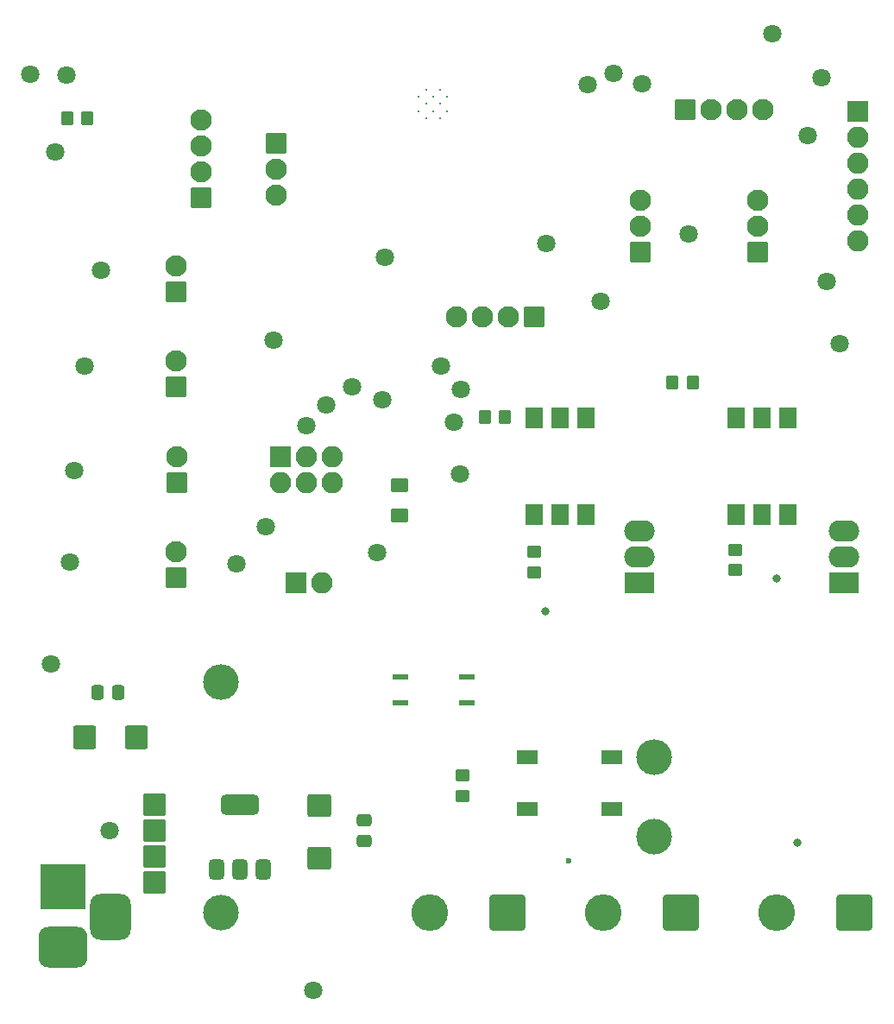
<source format=gbr>
%TF.GenerationSoftware,KiCad,Pcbnew,9.0.5*%
%TF.CreationDate,2025-10-21T15:42:54-03:00*%
%TF.ProjectId,v0.2,76302e32-2e6b-4696-9361-645f70636258,rev?*%
%TF.SameCoordinates,Original*%
%TF.FileFunction,Soldermask,Bot*%
%TF.FilePolarity,Negative*%
%FSLAX46Y46*%
G04 Gerber Fmt 4.6, Leading zero omitted, Abs format (unit mm)*
G04 Created by KiCad (PCBNEW 9.0.5) date 2025-10-21 15:42:54*
%MOMM*%
%LPD*%
G01*
G04 APERTURE LIST*
G04 Aperture macros list*
%AMRoundRect*
0 Rectangle with rounded corners*
0 $1 Rounding radius*
0 $2 $3 $4 $5 $6 $7 $8 $9 X,Y pos of 4 corners*
0 Add a 4 corners polygon primitive as box body*
4,1,4,$2,$3,$4,$5,$6,$7,$8,$9,$2,$3,0*
0 Add four circle primitives for the rounded corners*
1,1,$1+$1,$2,$3*
1,1,$1+$1,$4,$5*
1,1,$1+$1,$6,$7*
1,1,$1+$1,$8,$9*
0 Add four rect primitives between the rounded corners*
20,1,$1+$1,$2,$3,$4,$5,0*
20,1,$1+$1,$4,$5,$6,$7,0*
20,1,$1+$1,$6,$7,$8,$9,0*
20,1,$1+$1,$8,$9,$2,$3,0*%
G04 Aperture macros list end*
%ADD10R,4.500000X4.500000*%
%ADD11RoundRect,1.000000X1.400000X-1.000000X1.400000X1.000000X-1.400000X1.000000X-1.400000X-1.000000X0*%
%ADD12RoundRect,1.000000X1.000000X-1.250000X1.000000X1.250000X-1.000000X1.250000X-1.000000X-1.250000X0*%
%ADD13C,3.500000*%
%ADD14O,3.500000X3.500000*%
%ADD15RoundRect,0.250000X-0.475000X0.337500X-0.475000X-0.337500X0.475000X-0.337500X0.475000X0.337500X0*%
%ADD16RoundRect,0.250000X-0.350000X-0.450000X0.350000X-0.450000X0.350000X0.450000X-0.350000X0.450000X0*%
%ADD17R,3.000000X2.100000*%
%ADD18O,3.000000X2.100000*%
%ADD19RoundRect,0.301724X0.748276X-0.748276X0.748276X0.748276X-0.748276X0.748276X-0.748276X-0.748276X0*%
%ADD20C,2.100000*%
%ADD21RoundRect,0.137500X0.662500X0.137500X-0.662500X0.137500X-0.662500X-0.137500X0.662500X-0.137500X0*%
%ADD22RoundRect,0.428573X1.371427X1.371427X-1.371427X1.371427X-1.371427X-1.371427X1.371427X-1.371427X0*%
%ADD23O,3.600000X3.600000*%
%ADD24RoundRect,0.301724X0.748276X0.748276X-0.748276X0.748276X-0.748276X-0.748276X0.748276X-0.748276X0*%
%ADD25RoundRect,0.375000X0.375000X-0.625000X0.375000X0.625000X-0.375000X0.625000X-0.375000X-0.625000X0*%
%ADD26RoundRect,0.500000X1.400000X-0.500000X1.400000X0.500000X-1.400000X0.500000X-1.400000X-0.500000X0*%
%ADD27RoundRect,0.301724X-0.748276X-0.748276X0.748276X-0.748276X0.748276X0.748276X-0.748276X0.748276X0*%
%ADD28RoundRect,0.250001X0.624999X-0.462499X0.624999X0.462499X-0.624999X0.462499X-0.624999X-0.462499X0*%
%ADD29RoundRect,0.250000X0.337500X0.475000X-0.337500X0.475000X-0.337500X-0.475000X0.337500X-0.475000X0*%
%ADD30RoundRect,0.250000X0.450000X-0.350000X0.450000X0.350000X-0.450000X0.350000X-0.450000X-0.350000X0*%
%ADD31RoundRect,0.102000X-1.000000X-1.000000X1.000000X-1.000000X1.000000X1.000000X-1.000000X1.000000X0*%
%ADD32RoundRect,0.250000X-0.450000X0.350000X-0.450000X-0.350000X0.450000X-0.350000X0.450000X0.350000X0*%
%ADD33RoundRect,0.102000X-0.950000X0.600000X-0.950000X-0.600000X0.950000X-0.600000X0.950000X0.600000X0*%
%ADD34R,1.780000X2.000000*%
%ADD35RoundRect,0.301724X-0.748276X0.748276X-0.748276X-0.748276X0.748276X-0.748276X0.748276X0.748276X0*%
%ADD36R,2.100000X2.100000*%
%ADD37O,2.100000X2.100000*%
%ADD38RoundRect,0.250000X0.875000X0.925000X-0.875000X0.925000X-0.875000X-0.925000X0.875000X-0.925000X0*%
%ADD39RoundRect,0.250000X-0.925000X0.875000X-0.925000X-0.875000X0.925000X-0.875000X0.925000X0.875000X0*%
%ADD40C,1.800000*%
%ADD41C,0.800000*%
%ADD42C,0.600000*%
%ADD43C,0.350000*%
%ADD44C,0.300000*%
%ADD45O,3.000000X1.000000*%
%ADD46O,1.000000X3.000000*%
%ADD47C,0.200000*%
G04 APERTURE END LIST*
D10*
%TO.C,J17*%
X37400000Y-146000000D03*
D11*
X37400000Y-152000000D03*
D12*
X42100000Y-149000000D03*
%TD*%
D13*
%TO.C,PS1*%
X95432500Y-141150000D03*
D14*
X95432500Y-133350000D03*
X52932500Y-148550000D03*
X52932500Y-125950000D03*
%TD*%
D15*
%TO.C,C10*%
X66957500Y-139512500D03*
X66957500Y-141587500D03*
%TD*%
D16*
%TO.C,R8*%
X78800000Y-100000000D03*
X80800000Y-100000000D03*
%TD*%
D17*
%TO.C,Q1*%
X94000000Y-116200000D03*
D18*
X94000000Y-113660000D03*
X94000000Y-111120000D03*
%TD*%
D19*
%TO.C,J6*%
X105570000Y-83850000D03*
D20*
X105570000Y-81310000D03*
X105570000Y-78770000D03*
%TD*%
D21*
%TO.C,U4*%
X77000000Y-125500000D03*
X77000000Y-128040000D03*
X70500000Y-128040000D03*
X70500000Y-125500000D03*
%TD*%
D17*
%TO.C,Q2*%
X114000000Y-116200000D03*
D18*
X114000000Y-113660000D03*
X114000000Y-111120000D03*
%TD*%
D22*
%TO.C,J15*%
X115062000Y-148590000D03*
D23*
X107442000Y-148590000D03*
%TD*%
D19*
%TO.C,J3*%
X48557500Y-106400000D03*
D20*
X48557500Y-103860000D03*
%TD*%
D19*
%TO.C,J11*%
X50920000Y-78450000D03*
D20*
X50920000Y-75910000D03*
X50920000Y-73370000D03*
X50920000Y-70830000D03*
%TD*%
D24*
%TO.C,J9*%
X83620000Y-90150000D03*
D20*
X81080000Y-90150000D03*
X78540000Y-90150000D03*
X76000000Y-90150000D03*
%TD*%
D25*
%TO.C,U5*%
X57057500Y-144312500D03*
X54757500Y-144312500D03*
D26*
X54757500Y-138012500D03*
D25*
X52457500Y-144312500D03*
%TD*%
D16*
%TO.C,R10*%
X97200000Y-96600000D03*
X99200000Y-96600000D03*
%TD*%
D27*
%TO.C,J10*%
X98420000Y-69800000D03*
D20*
X100960000Y-69800000D03*
X103500000Y-69800000D03*
X106040000Y-69800000D03*
%TD*%
D19*
%TO.C,J2*%
X48507500Y-115750000D03*
D20*
X48507500Y-113210000D03*
%TD*%
D28*
%TO.C,F1*%
X70420000Y-109637500D03*
X70420000Y-106662500D03*
%TD*%
D29*
%TO.C,C8*%
X42837500Y-127000000D03*
X40762500Y-127000000D03*
%TD*%
D22*
%TO.C,J16*%
X81026000Y-148590000D03*
D23*
X73406000Y-148590000D03*
%TD*%
D19*
%TO.C,J5*%
X48520000Y-87700000D03*
D20*
X48520000Y-85160000D03*
%TD*%
D30*
%TO.C,R11*%
X76600000Y-137144000D03*
X76600000Y-135144000D03*
%TD*%
D31*
%TO.C,U6*%
X46357500Y-145632500D03*
X46357500Y-140552500D03*
X46357500Y-143092500D03*
X46357500Y-138012500D03*
%TD*%
D19*
%TO.C,J4*%
X48507500Y-97050000D03*
D20*
X48507500Y-94510000D03*
%TD*%
D32*
%TO.C,R7*%
X83600000Y-113200000D03*
X83600000Y-115200000D03*
%TD*%
D16*
%TO.C,R6*%
X37820000Y-70650000D03*
X39820000Y-70650000D03*
%TD*%
D33*
%TO.C,BR1*%
X82996420Y-138439590D03*
X82996420Y-133339590D03*
X91246420Y-138439590D03*
X91246420Y-133339590D03*
%TD*%
D34*
%TO.C,U3*%
X103460000Y-100035000D03*
X106000000Y-100035000D03*
X108540000Y-100035000D03*
X108540000Y-109565000D03*
X106000000Y-109565000D03*
X103460000Y-109565000D03*
%TD*%
D32*
%TO.C,R9*%
X103400000Y-113000000D03*
X103400000Y-115000000D03*
%TD*%
D35*
%TO.C,J12*%
X58320000Y-73100000D03*
D20*
X58320000Y-75640000D03*
X58320000Y-78180000D03*
%TD*%
D22*
%TO.C,J14*%
X98044000Y-148590000D03*
D23*
X90424000Y-148590000D03*
%TD*%
D34*
%TO.C,U2*%
X83660000Y-100035000D03*
X86200000Y-100035000D03*
X88740000Y-100035000D03*
X88740000Y-109565000D03*
X86200000Y-109565000D03*
X83660000Y-109565000D03*
%TD*%
D36*
%TO.C,J1*%
X58780000Y-103910000D03*
D37*
X58780000Y-106450000D03*
X61320000Y-103910000D03*
X61320000Y-106450000D03*
X63860000Y-103910000D03*
X63860000Y-106450000D03*
%TD*%
D36*
%TO.C,J7*%
X60250000Y-116250000D03*
D37*
X62790000Y-116250000D03*
%TD*%
D19*
%TO.C,J13*%
X94020000Y-83850000D03*
D20*
X94020000Y-81310000D03*
X94020000Y-78770000D03*
%TD*%
D36*
%TO.C,J8*%
X115370000Y-70000000D03*
D37*
X115370000Y-72540000D03*
X115370000Y-75080000D03*
X115370000Y-77620000D03*
X115370000Y-80160000D03*
X115370000Y-82700000D03*
%TD*%
D38*
%TO.C,C9*%
X44600000Y-131400000D03*
X39500000Y-131400000D03*
%TD*%
D39*
%TO.C,C11*%
X62557500Y-138112500D03*
X62557500Y-143212500D03*
%TD*%
D40*
X38470000Y-105200000D03*
X41170000Y-85600000D03*
X38120000Y-114200000D03*
X39520000Y-95000000D03*
X37770000Y-66450000D03*
X68270000Y-113300000D03*
X54400000Y-114400000D03*
X107000000Y-62400000D03*
X34220000Y-66400000D03*
X94220000Y-67300000D03*
X68970000Y-84300000D03*
X42000000Y-140500000D03*
X98770000Y-82000000D03*
X36200000Y-124200000D03*
X76400000Y-105600000D03*
X61976000Y-156210000D03*
X113600000Y-92800000D03*
X58070000Y-92450000D03*
X36620001Y-73999999D03*
X57320000Y-110700000D03*
D41*
X109474000Y-141732000D03*
X84709000Y-118999000D03*
D42*
X87000000Y-143500000D03*
D41*
X107442000Y-115824000D03*
D40*
X68720000Y-98300000D03*
X112320000Y-86700000D03*
X111820000Y-66700000D03*
X61320000Y-100800000D03*
X84820000Y-83000000D03*
X91420000Y-66250000D03*
X65800000Y-97000004D03*
X63200000Y-98799998D03*
X88920000Y-67400000D03*
X110470002Y-72400000D03*
X90120000Y-88600000D03*
X75800006Y-100500000D03*
X76420000Y-97300000D03*
X74470000Y-94950000D03*
D43*
X38470000Y-105200000D03*
X41170000Y-85600000D03*
X38120000Y-114200000D03*
X39520000Y-95000000D03*
X37770000Y-66450000D03*
X68270000Y-113300000D03*
X54400000Y-114400000D03*
X107000000Y-62400000D03*
X34220000Y-66400000D03*
X94220000Y-67300000D03*
X68970000Y-84300000D03*
X42000000Y-140500000D03*
X98770000Y-82000000D03*
X36200000Y-124200000D03*
X76400000Y-105600000D03*
X61976000Y-156210000D03*
X113600000Y-92800000D03*
X58070000Y-92450000D03*
X36620001Y-73999999D03*
X57320000Y-110700000D03*
X109474000Y-141732000D03*
X84709000Y-118999000D03*
D44*
X87000000Y-143500000D03*
D43*
X107442000Y-115824000D03*
X68720000Y-98300000D03*
X112320000Y-86700000D03*
X111820000Y-66700000D03*
X61320000Y-100800000D03*
X84820000Y-83000000D03*
X91420000Y-66250000D03*
X65800000Y-97000004D03*
X63200000Y-98799998D03*
X88920000Y-67400000D03*
X110470002Y-72400000D03*
X90120000Y-88600000D03*
X75800006Y-100500000D03*
X76420000Y-97300000D03*
X74470000Y-94950000D03*
D45*
X37400000Y-146000000D03*
X37400000Y-152000000D03*
D46*
X42100000Y-149000000D03*
D47*
X72320000Y-68570000D03*
X72320000Y-69970000D03*
X73020000Y-67870000D03*
X73020000Y-69270000D03*
X73020000Y-70670000D03*
X73695000Y-68570000D03*
X73695000Y-69970000D03*
X74420000Y-67870000D03*
X74420000Y-69270000D03*
X74420000Y-70670000D03*
X75120000Y-68570000D03*
X75120000Y-69970000D03*
D43*
X95432500Y-141150000D03*
X95432500Y-133350000D03*
X52932500Y-148550000D03*
X52932500Y-125950000D03*
X94000000Y-116200000D03*
X94000000Y-113660000D03*
X94000000Y-111120000D03*
X105570000Y-83850000D03*
X105570000Y-81310000D03*
X105570000Y-78770000D03*
X114000000Y-116200000D03*
X114000000Y-113660000D03*
X114000000Y-111120000D03*
X115062000Y-148590000D03*
X107442000Y-148590000D03*
X48557500Y-106400000D03*
X48557500Y-103860000D03*
X50920000Y-78450000D03*
X50920000Y-75910000D03*
X50920000Y-73370000D03*
X50920000Y-70830000D03*
X83620000Y-90150000D03*
X81080000Y-90150000D03*
X78540000Y-90150000D03*
X76000000Y-90150000D03*
X98420000Y-69800000D03*
X100960000Y-69800000D03*
X103500000Y-69800000D03*
X106040000Y-69800000D03*
X48507500Y-115750000D03*
X48507500Y-113210000D03*
X81026000Y-148590000D03*
X73406000Y-148590000D03*
X48520000Y-87700000D03*
X48520000Y-85160000D03*
X46357500Y-145632500D03*
X46357500Y-140552500D03*
X46357500Y-143092500D03*
X46357500Y-138012500D03*
X48507500Y-97050000D03*
X48507500Y-94510000D03*
X58320000Y-73100000D03*
X58320000Y-75640000D03*
X58320000Y-78180000D03*
X98044000Y-148590000D03*
X90424000Y-148590000D03*
X58780000Y-103910000D03*
X58780000Y-106450000D03*
X61320000Y-103910000D03*
X61320000Y-106450000D03*
X63860000Y-103910000D03*
X63860000Y-106450000D03*
X60250000Y-116250000D03*
X62790000Y-116250000D03*
X94020000Y-83850000D03*
X94020000Y-81310000D03*
X94020000Y-78770000D03*
X115370000Y-70000000D03*
X115370000Y-72540000D03*
X115370000Y-75080000D03*
X115370000Y-77620000D03*
X115370000Y-80160000D03*
X115370000Y-82700000D03*
M02*

</source>
